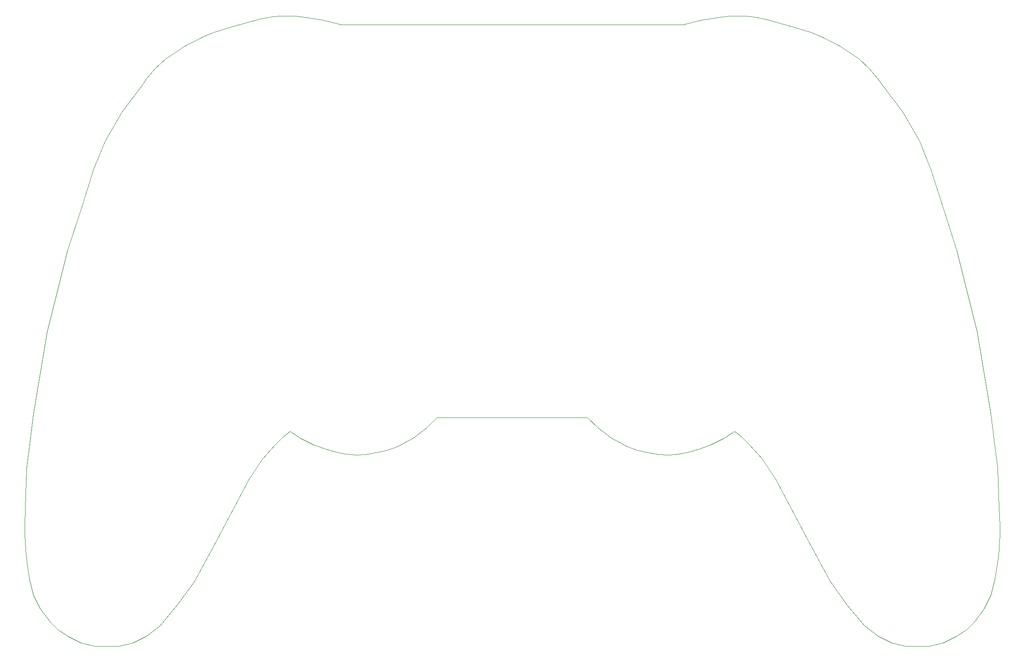
<source format=gbr>
%TF.GenerationSoftware,KiCad,Pcbnew,(5.99.0-12639-gf606679164)*%
%TF.CreationDate,2021-10-07T07:50:59+03:00*%
%TF.ProjectId,mesp240_3Dpad,6d657370-3234-4305-9f33-447061642e6b,rev?*%
%TF.SameCoordinates,Original*%
%TF.FileFunction,Profile,NP*%
%FSLAX46Y46*%
G04 Gerber Fmt 4.6, Leading zero omitted, Abs format (unit mm)*
G04 Created by KiCad (PCBNEW (5.99.0-12639-gf606679164)) date 2021-10-07 07:50:59*
%MOMM*%
%LPD*%
G01*
G04 APERTURE LIST*
%TA.AperFunction,Profile*%
%ADD10C,0.050000*%
%TD*%
G04 APERTURE END LIST*
D10*
X185039000Y-150495000D02*
X187325000Y-153035000D01*
X221107000Y-106807000D02*
X223520000Y-114300000D01*
X185293000Y-70866000D02*
X187706000Y-71247000D01*
X230632000Y-175387000D02*
X229870000Y-178435000D01*
X231521000Y-167259000D02*
X231267000Y-171069000D01*
X209613500Y-83439000D02*
X213487000Y-88646000D01*
X207264000Y-80518000D02*
X208788000Y-82296000D01*
X198501000Y-74676000D02*
X201803000Y-76327000D01*
X179324000Y-70993000D02*
X176022000Y-71501000D01*
X184150000Y-70802500D02*
X185293000Y-70866000D01*
X160845500Y-150050500D02*
X159385000Y-149225000D01*
X176847500Y-150876000D02*
X177800000Y-150495000D01*
X106299000Y-151320500D02*
X105092500Y-150876000D01*
X108013500Y-151828500D02*
X106299000Y-151320500D01*
X105092500Y-150876000D02*
X104140000Y-150495000D01*
X96647000Y-70866000D02*
X94234000Y-71247000D01*
X96901000Y-150495000D02*
X94615000Y-153035000D01*
X99695000Y-147955000D02*
X98425000Y-148971000D01*
X51308000Y-175387000D02*
X52070000Y-178435000D01*
X50800000Y-154940000D02*
X50546000Y-162306000D01*
X50419000Y-165481000D02*
X50419000Y-167259000D01*
X50673000Y-171069000D02*
X51308000Y-175387000D01*
X68453000Y-88646000D02*
X65405000Y-93853000D01*
X63246000Y-99187000D02*
X60833000Y-106807000D01*
X109220000Y-72390000D02*
X105918000Y-71501000D01*
X98425000Y-148971000D02*
X96901000Y-150495000D01*
X65405000Y-93853000D02*
X63246000Y-99187000D01*
X60833000Y-106807000D02*
X58420000Y-114300000D01*
X80137000Y-76327000D02*
X76581000Y-78740000D01*
X85471000Y-73787000D02*
X83439000Y-74676000D01*
X100711000Y-70802500D02*
X102616000Y-70993000D01*
X109537500Y-152146000D02*
X108013500Y-151828500D01*
X72326500Y-83439000D02*
X68453000Y-88646000D01*
X102616000Y-70993000D02*
X105918000Y-71501000D01*
X99441000Y-70739000D02*
X97790000Y-70802500D01*
X113792000Y-152273000D02*
X116014500Y-151892000D01*
X97790000Y-70802500D02*
X96647000Y-70866000D01*
X73152000Y-82296000D02*
X72326500Y-83439000D01*
X94234000Y-71247000D02*
X88773000Y-72771000D01*
X50546000Y-162306000D02*
X50419000Y-165481000D01*
X118808500Y-151130000D02*
X119761000Y-150749000D01*
X111950500Y-152400000D02*
X110871000Y-152336500D01*
X110871000Y-152336500D02*
X109537500Y-152146000D01*
X88773000Y-72771000D02*
X85471000Y-73787000D01*
X83439000Y-74676000D02*
X80137000Y-76327000D01*
X116014500Y-151892000D02*
X117602000Y-151511000D01*
X117602000Y-151511000D02*
X118808500Y-151130000D01*
X76581000Y-78740000D02*
X74676000Y-80518000D01*
X100711000Y-70802500D02*
X99441000Y-70739000D01*
X50419000Y-167259000D02*
X50673000Y-171069000D01*
X74676000Y-80518000D02*
X73152000Y-82296000D01*
X111950500Y-152400000D02*
X113792000Y-152273000D01*
X119761000Y-150749000D02*
X121094500Y-150050500D01*
X121094500Y-150050500D02*
X122555000Y-149225000D01*
X67945000Y-187960000D02*
X70485000Y-187325000D01*
X63500000Y-187960000D02*
X65405000Y-187960000D01*
X60960000Y-187325000D02*
X63500000Y-187960000D01*
X53340000Y-180975000D02*
X55245000Y-183515000D01*
X70485000Y-187325000D02*
X73025000Y-186055000D01*
X65405000Y-187960000D02*
X67945000Y-187960000D01*
X52070000Y-178435000D02*
X53340000Y-180975000D01*
X55245000Y-183515000D02*
X56515000Y-184785000D01*
X56515000Y-184785000D02*
X58420000Y-186055000D01*
X137795000Y-145415000D02*
X140970000Y-145415000D01*
X75565000Y-184150000D02*
X78740000Y-180340000D01*
X127000000Y-145415000D02*
X137795000Y-145415000D01*
X58420000Y-186055000D02*
X60960000Y-187325000D01*
X99695000Y-147955000D02*
X101600000Y-149225000D01*
X92075000Y-156845000D02*
X94615000Y-153035000D01*
X122555000Y-149225000D02*
X125095000Y-147320000D01*
X125095000Y-147320000D02*
X127000000Y-145415000D01*
X101600000Y-149225000D02*
X104140000Y-150495000D01*
X85725000Y-168910000D02*
X92075000Y-156845000D01*
X81915000Y-175895000D02*
X85725000Y-168910000D01*
X78740000Y-180340000D02*
X81915000Y-175895000D01*
X73025000Y-186055000D02*
X75565000Y-184150000D01*
X52070000Y-144780000D02*
X50800000Y-154940000D01*
X140970000Y-72390000D02*
X109220000Y-72390000D01*
X54610000Y-129540000D02*
X52070000Y-144780000D01*
X58420000Y-114300000D02*
X54610000Y-129540000D01*
X156845000Y-147320000D02*
X154940000Y-145415000D01*
X211455000Y-187325000D02*
X208915000Y-186055000D01*
X164338000Y-151511000D02*
X163131500Y-151130000D01*
X189865000Y-156845000D02*
X187325000Y-153035000D01*
X231267000Y-171069000D02*
X230632000Y-175387000D01*
X229870000Y-178435000D02*
X228600000Y-180975000D01*
X181229000Y-70802500D02*
X179324000Y-70993000D01*
X181229000Y-70802500D02*
X182499000Y-70739000D01*
X173926500Y-151828500D02*
X175641000Y-151320500D01*
X182499000Y-70739000D02*
X184150000Y-70802500D01*
X172402500Y-152146000D02*
X173926500Y-151828500D01*
X162179000Y-150749000D02*
X160845500Y-150050500D01*
X196469000Y-73787000D02*
X198501000Y-74676000D01*
X216535000Y-187960000D02*
X213995000Y-187960000D01*
X169989500Y-152400000D02*
X171069000Y-152336500D01*
X159385000Y-149225000D02*
X156845000Y-147320000D01*
X182245000Y-147955000D02*
X183515000Y-148971000D01*
X163131500Y-151130000D02*
X162179000Y-150749000D01*
X213487000Y-88646000D02*
X216535000Y-93853000D01*
X182245000Y-147955000D02*
X180340000Y-149225000D01*
X206375000Y-184150000D02*
X203200000Y-180340000D01*
X203200000Y-180340000D02*
X200025000Y-175895000D01*
X229870000Y-144780000D02*
X231140000Y-154940000D01*
X213995000Y-187960000D02*
X211455000Y-187325000D01*
X196215000Y-168910000D02*
X189865000Y-156845000D01*
X223520000Y-114300000D02*
X227330000Y-129540000D01*
X216535000Y-93853000D02*
X218694000Y-99187000D01*
X183515000Y-148971000D02*
X185039000Y-150495000D01*
X193167000Y-72771000D02*
X196469000Y-73787000D01*
X205359000Y-78740000D02*
X207264000Y-80518000D01*
X154940000Y-145415000D02*
X144145000Y-145415000D01*
X200025000Y-175895000D02*
X196215000Y-168910000D01*
X208915000Y-186055000D02*
X206375000Y-184150000D01*
X169989500Y-152400000D02*
X168148000Y-152273000D01*
X175641000Y-151320500D02*
X176847500Y-150876000D01*
X228600000Y-180975000D02*
X226695000Y-183515000D01*
X208788000Y-82296000D02*
X209613500Y-83439000D01*
X220980000Y-187325000D02*
X218440000Y-187960000D01*
X144145000Y-145415000D02*
X140970000Y-145415000D01*
X231140000Y-154940000D02*
X231394000Y-162306000D01*
X171069000Y-152336500D02*
X172402500Y-152146000D01*
X231521000Y-165481000D02*
X231521000Y-167259000D01*
X227330000Y-129540000D02*
X229870000Y-144780000D01*
X201803000Y-76327000D02*
X205359000Y-78740000D01*
X231394000Y-162306000D02*
X231521000Y-165481000D01*
X165925500Y-151892000D02*
X164338000Y-151511000D01*
X140970000Y-72390000D02*
X172720000Y-72390000D01*
X168148000Y-152273000D02*
X165925500Y-151892000D01*
X187706000Y-71247000D02*
X193167000Y-72771000D01*
X225425000Y-184785000D02*
X223520000Y-186055000D01*
X223520000Y-186055000D02*
X220980000Y-187325000D01*
X180340000Y-149225000D02*
X177800000Y-150495000D01*
X172720000Y-72390000D02*
X176022000Y-71501000D01*
X218694000Y-99187000D02*
X221107000Y-106807000D01*
X218440000Y-187960000D02*
X216535000Y-187960000D01*
X226695000Y-183515000D02*
X225425000Y-184785000D01*
M02*

</source>
